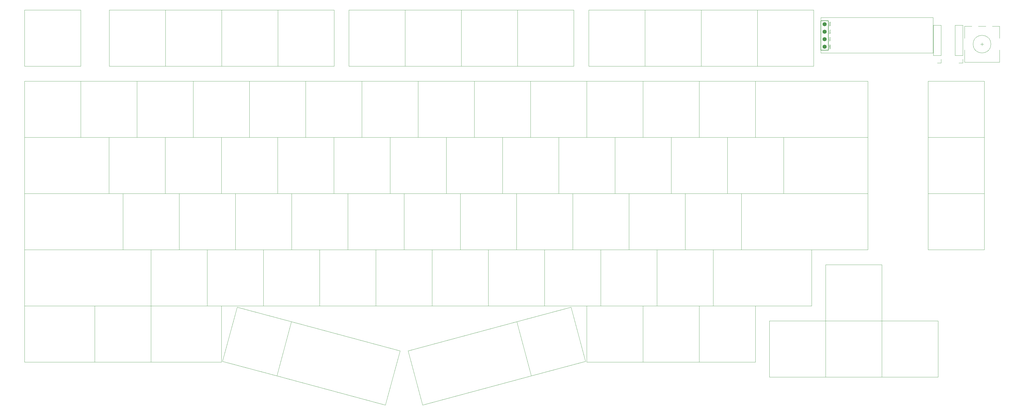
<source format=gbr>
%TF.GenerationSoftware,KiCad,Pcbnew,(6.0.7)*%
%TF.CreationDate,2022-09-18T02:02:10+02:00*%
%TF.ProjectId,Kanagawa_rgb_ansi_stamp,4b616e61-6761-4776-915f-7267625f616e,rev?*%
%TF.SameCoordinates,Original*%
%TF.FileFunction,Legend,Top*%
%TF.FilePolarity,Positive*%
%FSLAX46Y46*%
G04 Gerber Fmt 4.6, Leading zero omitted, Abs format (unit mm)*
G04 Created by KiCad (PCBNEW (6.0.7)) date 2022-09-18 02:02:10*
%MOMM*%
%LPD*%
G01*
G04 APERTURE LIST*
%ADD10C,0.100000*%
%ADD11C,0.120000*%
%ADD12C,0.150000*%
%ADD13C,1.397000*%
G04 APERTURE END LIST*
D10*
%TO.C,J1*%
X321600000Y-75375952D02*
X321576190Y-75423571D01*
X321576190Y-75495000D01*
X321600000Y-75566428D01*
X321647619Y-75614047D01*
X321695238Y-75637857D01*
X321790476Y-75661666D01*
X321861904Y-75661666D01*
X321957142Y-75637857D01*
X322004761Y-75614047D01*
X322052380Y-75566428D01*
X322076190Y-75495000D01*
X322076190Y-75447380D01*
X322052380Y-75375952D01*
X322028571Y-75352142D01*
X321861904Y-75352142D01*
X321861904Y-75447380D01*
X322076190Y-75137857D02*
X321576190Y-75137857D01*
X322076190Y-74852142D01*
X321576190Y-74852142D01*
X322076190Y-74614047D02*
X321576190Y-74614047D01*
X321576190Y-74495000D01*
X321600000Y-74423571D01*
X321647619Y-74375952D01*
X321695238Y-74352142D01*
X321790476Y-74328333D01*
X321861904Y-74328333D01*
X321957142Y-74352142D01*
X322004761Y-74375952D01*
X322052380Y-74423571D01*
X322076190Y-74495000D01*
X322076190Y-74614047D01*
X322052380Y-67902142D02*
X322076190Y-67830714D01*
X322076190Y-67711666D01*
X322052380Y-67664047D01*
X322028571Y-67640238D01*
X321980952Y-67616428D01*
X321933333Y-67616428D01*
X321885714Y-67640238D01*
X321861904Y-67664047D01*
X321838095Y-67711666D01*
X321814285Y-67806904D01*
X321790476Y-67854523D01*
X321766666Y-67878333D01*
X321719047Y-67902142D01*
X321671428Y-67902142D01*
X321623809Y-67878333D01*
X321600000Y-67854523D01*
X321576190Y-67806904D01*
X321576190Y-67687857D01*
X321600000Y-67616428D01*
X322076190Y-67402142D02*
X321576190Y-67402142D01*
X321576190Y-67283095D01*
X321600000Y-67211666D01*
X321647619Y-67164047D01*
X321695238Y-67140238D01*
X321790476Y-67116428D01*
X321861904Y-67116428D01*
X321957142Y-67140238D01*
X322004761Y-67164047D01*
X322052380Y-67211666D01*
X322076190Y-67283095D01*
X322076190Y-67402142D01*
X321933333Y-66925952D02*
X321933333Y-66687857D01*
X322076190Y-66973571D02*
X321576190Y-66806904D01*
X322076190Y-66640238D01*
X322052380Y-70490238D02*
X322076190Y-70418809D01*
X322076190Y-70299761D01*
X322052380Y-70252142D01*
X322028571Y-70228333D01*
X321980952Y-70204523D01*
X321933333Y-70204523D01*
X321885714Y-70228333D01*
X321861904Y-70252142D01*
X321838095Y-70299761D01*
X321814285Y-70395000D01*
X321790476Y-70442619D01*
X321766666Y-70466428D01*
X321719047Y-70490238D01*
X321671428Y-70490238D01*
X321623809Y-70466428D01*
X321600000Y-70442619D01*
X321576190Y-70395000D01*
X321576190Y-70275952D01*
X321600000Y-70204523D01*
X322028571Y-69704523D02*
X322052380Y-69728333D01*
X322076190Y-69799761D01*
X322076190Y-69847380D01*
X322052380Y-69918809D01*
X322004761Y-69966428D01*
X321957142Y-69990238D01*
X321861904Y-70014047D01*
X321790476Y-70014047D01*
X321695238Y-69990238D01*
X321647619Y-69966428D01*
X321600000Y-69918809D01*
X321576190Y-69847380D01*
X321576190Y-69799761D01*
X321600000Y-69728333D01*
X321623809Y-69704523D01*
X322076190Y-69252142D02*
X322076190Y-69490238D01*
X321576190Y-69490238D01*
X321576190Y-73061666D02*
X322076190Y-72895000D01*
X321576190Y-72728333D01*
X322028571Y-72275952D02*
X322052380Y-72299761D01*
X322076190Y-72371190D01*
X322076190Y-72418809D01*
X322052380Y-72490238D01*
X322004761Y-72537857D01*
X321957142Y-72561666D01*
X321861904Y-72585476D01*
X321790476Y-72585476D01*
X321695238Y-72561666D01*
X321647619Y-72537857D01*
X321600000Y-72490238D01*
X321576190Y-72418809D01*
X321576190Y-72371190D01*
X321600000Y-72299761D01*
X321623809Y-72275952D01*
X322028571Y-71775952D02*
X322052380Y-71799761D01*
X322076190Y-71871190D01*
X322076190Y-71918809D01*
X322052380Y-71990238D01*
X322004761Y-72037857D01*
X321957142Y-72061666D01*
X321861904Y-72085476D01*
X321790476Y-72085476D01*
X321695238Y-72061666D01*
X321647619Y-72037857D01*
X321600000Y-71990238D01*
X321576190Y-71918809D01*
X321576190Y-71871190D01*
X321600000Y-71799761D01*
X321623809Y-71775952D01*
%TO.C,KD13*%
X355175000Y-105720000D02*
X355175000Y-86670000D01*
X374225000Y-86670000D02*
X374225000Y-105720000D01*
X374225000Y-105720000D02*
X355175000Y-105720000D01*
X355175000Y-86670000D02*
X374225000Y-86670000D01*
D11*
%TO.C,SWA13*%
X367520000Y-76119997D02*
X367520000Y-80219997D01*
X379320000Y-68019997D02*
X379320000Y-72119997D01*
X367520000Y-68019997D02*
X369920000Y-68019997D01*
X367520000Y-80219997D02*
X379320000Y-80219997D01*
X367520000Y-72119997D02*
X367520000Y-68019997D01*
X379320000Y-76119997D02*
X379320000Y-80219997D01*
X372120000Y-68019997D02*
X374720000Y-68019997D01*
X373420000Y-74619997D02*
X373420000Y-73619997D01*
X372920000Y-74119997D02*
X373920000Y-74119997D01*
X376920000Y-68019997D02*
X379320000Y-68019997D01*
X376420000Y-74119997D02*
G75*
G03*
X376420000Y-74119997I-3000000J0D01*
G01*
D10*
%TO.C,KA5*%
X177950000Y-62570000D02*
X177950000Y-81620000D01*
X158900000Y-81620000D02*
X158900000Y-62570000D01*
X158900000Y-62570000D02*
X177950000Y-62570000D01*
X177950000Y-81620000D02*
X158900000Y-81620000D01*
%TO.C,KF9*%
X296650000Y-162870000D02*
X296650000Y-181920000D01*
X296650000Y-181920000D02*
X277600000Y-181920000D01*
X277600000Y-162870000D02*
X296650000Y-162870000D01*
X277600000Y-181920000D02*
X277600000Y-162870000D01*
%TO.C,KC7*%
X191875000Y-105720000D02*
X210925000Y-105720000D01*
X191875000Y-124770000D02*
X191875000Y-105720000D01*
X210925000Y-105720000D02*
X210925000Y-124770000D01*
X210925000Y-124770000D02*
X191875000Y-124770000D01*
%TO.C,KE11*%
X315700000Y-143820000D02*
X315700000Y-162870000D01*
X282362500Y-143820000D02*
X315700000Y-143820000D01*
X315700000Y-162870000D02*
X282362500Y-162870000D01*
X282362500Y-162870000D02*
X282362500Y-143820000D01*
%TO.C,KC9*%
X249025000Y-105720000D02*
X249025000Y-124770000D01*
X249025000Y-124770000D02*
X229975000Y-124770000D01*
X229975000Y-105720000D02*
X249025000Y-105720000D01*
X229975000Y-124770000D02*
X229975000Y-105720000D01*
%TO.C,KB9*%
X239500000Y-86670000D02*
X239500000Y-105720000D01*
X220450000Y-105720000D02*
X220450000Y-86670000D01*
X239500000Y-105720000D02*
X220450000Y-105720000D01*
X220450000Y-86670000D02*
X239500000Y-86670000D01*
%TO.C,KF3*%
X121013022Y-163277519D02*
X139413909Y-168208022D01*
X134483406Y-186608909D02*
X116082519Y-181678406D01*
X116082519Y-181678406D02*
X121013022Y-163277519D01*
X139413909Y-168208022D02*
X134483406Y-186608909D01*
%TO.C,KB0*%
X68050000Y-86670000D02*
X68050000Y-105720000D01*
X49000000Y-105720000D02*
X49000000Y-86670000D01*
X68050000Y-105720000D02*
X49000000Y-105720000D01*
X49000000Y-86670000D02*
X68050000Y-86670000D01*
%TO.C,KC2*%
X96625000Y-105720000D02*
X115675000Y-105720000D01*
X115675000Y-105720000D02*
X115675000Y-124770000D01*
X96625000Y-124770000D02*
X96625000Y-105720000D01*
X115675000Y-124770000D02*
X96625000Y-124770000D01*
%TO.C,KD7*%
X215687500Y-124770000D02*
X215687500Y-143820000D01*
X215687500Y-143820000D02*
X196637500Y-143820000D01*
X196637500Y-143820000D02*
X196637500Y-124770000D01*
X196637500Y-124770000D02*
X215687500Y-124770000D01*
%TO.C,KA7*%
X216050000Y-62570000D02*
X216050000Y-81620000D01*
X197000000Y-62570000D02*
X216050000Y-62570000D01*
X216050000Y-81620000D02*
X197000000Y-81620000D01*
X197000000Y-81620000D02*
X197000000Y-62570000D01*
D11*
%TO.C,J2*%
X366910000Y-80529996D02*
X365580000Y-80529996D01*
X366910000Y-77929996D02*
X364250000Y-77929996D01*
X366910000Y-79199996D02*
X366910000Y-80529996D01*
X366910000Y-67709996D02*
X364250000Y-67709996D01*
X364250000Y-77929996D02*
X364250000Y-67709996D01*
X366910000Y-77929996D02*
X366910000Y-67709996D01*
D10*
%TO.C,KC3*%
X115675000Y-105720000D02*
X134725000Y-105720000D01*
X115675000Y-124770000D02*
X115675000Y-105720000D01*
X134725000Y-105720000D02*
X134725000Y-124770000D01*
X134725000Y-124770000D02*
X115675000Y-124770000D01*
%TO.C,KA10*%
X259200000Y-62570000D02*
X278250000Y-62570000D01*
X278250000Y-81620000D02*
X259200000Y-81620000D01*
X259200000Y-81620000D02*
X259200000Y-62570000D01*
X278250000Y-62570000D02*
X278250000Y-81620000D01*
%TO.C,KC5*%
X153775000Y-105720000D02*
X172825000Y-105720000D01*
X153775000Y-124770000D02*
X153775000Y-105720000D01*
X172825000Y-124770000D02*
X153775000Y-124770000D01*
X172825000Y-105720000D02*
X172825000Y-124770000D01*
%TO.C,KF11*%
X339512500Y-186970000D02*
X320462500Y-186970000D01*
X320462500Y-186970000D02*
X320462500Y-167920000D01*
X339512500Y-167920000D02*
X339512500Y-186970000D01*
X320462500Y-167920000D02*
X339512500Y-167920000D01*
%TO.C,KE7*%
X206162500Y-162870000D02*
X206162500Y-143820000D01*
X225212500Y-143820000D02*
X225212500Y-162870000D01*
X206162500Y-143820000D02*
X225212500Y-143820000D01*
X225212500Y-162870000D02*
X206162500Y-162870000D01*
%TO.C,KF12*%
X358562500Y-167920000D02*
X358562500Y-186970000D01*
X358562500Y-186970000D02*
X339512500Y-186970000D01*
X339512500Y-186970000D02*
X339512500Y-167920000D01*
X339512500Y-167920000D02*
X358562500Y-167920000D01*
%TO.C,KE5*%
X187112500Y-162870000D02*
X168062500Y-162870000D01*
X168062500Y-143820000D02*
X187112500Y-143820000D01*
X187112500Y-143820000D02*
X187112500Y-162870000D01*
X168062500Y-162870000D02*
X168062500Y-143820000D01*
%TO.C,KB5*%
X163300000Y-105720000D02*
X144250000Y-105720000D01*
X163300000Y-86670000D02*
X163300000Y-105720000D01*
X144250000Y-105720000D02*
X144250000Y-86670000D01*
X144250000Y-86670000D02*
X163300000Y-86670000D01*
%TO.C,KD10*%
X272837500Y-124770000D02*
X272837500Y-143820000D01*
X253787500Y-143820000D02*
X253787500Y-124770000D01*
X272837500Y-143820000D02*
X253787500Y-143820000D01*
X253787500Y-124770000D02*
X272837500Y-124770000D01*
%TO.C,KA0*%
X68050000Y-62570000D02*
X68050000Y-81620000D01*
X49000000Y-62570000D02*
X68050000Y-62570000D01*
X49000000Y-81620000D02*
X49000000Y-62570000D01*
X68050000Y-81620000D02*
X49000000Y-81620000D01*
%TO.C,KD1*%
X101387500Y-143820000D02*
X82337500Y-143820000D01*
X101387500Y-124770000D02*
X101387500Y-143820000D01*
X82337500Y-143820000D02*
X82337500Y-124770000D01*
X82337500Y-124770000D02*
X101387500Y-124770000D01*
%TO.C,KB10*%
X258550000Y-105720000D02*
X239500000Y-105720000D01*
X258550000Y-86670000D02*
X258550000Y-105720000D01*
X239500000Y-86670000D02*
X258550000Y-86670000D01*
X239500000Y-105720000D02*
X239500000Y-86670000D01*
%TO.C,KC11*%
X268075000Y-105720000D02*
X287125000Y-105720000D01*
X268075000Y-124770000D02*
X268075000Y-105720000D01*
X287125000Y-124770000D02*
X268075000Y-124770000D01*
X287125000Y-105720000D02*
X287125000Y-124770000D01*
%TO.C,KF1*%
X72812500Y-162870000D02*
X91862500Y-162870000D01*
X91862500Y-162870000D02*
X91862500Y-181920000D01*
X91862500Y-181920000D02*
X72812500Y-181920000D01*
X72812500Y-181920000D02*
X72812500Y-162870000D01*
%TO.C,KE6*%
X187112500Y-143820000D02*
X206162500Y-143820000D01*
X206162500Y-162870000D02*
X187112500Y-162870000D01*
X187112500Y-162870000D02*
X187112500Y-143820000D01*
X206162500Y-143820000D02*
X206162500Y-162870000D01*
%TO.C,KA3*%
X134800000Y-81620000D02*
X115750000Y-81620000D01*
X115750000Y-62570000D02*
X134800000Y-62570000D01*
X115750000Y-81620000D02*
X115750000Y-62570000D01*
X134800000Y-62570000D02*
X134800000Y-81620000D01*
%TO.C,KE4*%
X168062500Y-143820000D02*
X168062500Y-162870000D01*
X149012500Y-162870000D02*
X149012500Y-143820000D01*
X168062500Y-162870000D02*
X149012500Y-162870000D01*
X149012500Y-143820000D02*
X168062500Y-143820000D01*
%TO.C,KD11*%
X272837500Y-143820000D02*
X272837500Y-124770000D01*
X291887500Y-124770000D02*
X291887500Y-143820000D01*
X291887500Y-143820000D02*
X272837500Y-143820000D01*
X272837500Y-124770000D02*
X291887500Y-124770000D01*
%TO.C,KD8*%
X215687500Y-143820000D02*
X215687500Y-124770000D01*
X215687500Y-124770000D02*
X234737500Y-124770000D01*
X234737500Y-124770000D02*
X234737500Y-143820000D01*
X234737500Y-143820000D02*
X215687500Y-143820000D01*
%TO.C,KF0*%
X72812500Y-162870000D02*
X72812500Y-181920000D01*
X49000000Y-181920000D02*
X72812500Y-181920000D01*
X49000000Y-181920000D02*
X49000000Y-162870000D01*
X49000000Y-162870000D02*
X72812500Y-162870000D01*
%TO.C,KE3*%
X129962500Y-162870000D02*
X129962500Y-143820000D01*
X149012500Y-162870000D02*
X129962500Y-162870000D01*
X129962500Y-143820000D02*
X149012500Y-143820000D01*
X149012500Y-143820000D02*
X149012500Y-162870000D01*
%TO.C,KF10*%
X301412500Y-167920000D02*
X320462500Y-167920000D01*
X320462500Y-186970000D02*
X301412500Y-186970000D01*
X301412500Y-186970000D02*
X301412500Y-167920000D01*
X320462500Y-167920000D02*
X320462500Y-186970000D01*
D11*
%TO.C,J3*%
X359585038Y-77929996D02*
X356925038Y-77929996D01*
X359585038Y-80529996D02*
X358255038Y-80529996D01*
X359585038Y-67709996D02*
X356925038Y-67709996D01*
X359585038Y-79199996D02*
X359585038Y-80529996D01*
X359585038Y-77929996D02*
X359585038Y-67709996D01*
X356925038Y-77929996D02*
X356925038Y-67709996D01*
D10*
%TO.C,KC0*%
X49000000Y-124770000D02*
X49000000Y-105720000D01*
X77575000Y-124770000D02*
X49000000Y-124770000D01*
X77575000Y-105720000D02*
X77575000Y-124770000D01*
X49000000Y-105720000D02*
X77575000Y-105720000D01*
%TO.C,KD6*%
X196637500Y-124770000D02*
X196637500Y-143820000D01*
X177587500Y-124770000D02*
X196637500Y-124770000D01*
X177587500Y-143820000D02*
X177587500Y-124770000D01*
X196637500Y-143820000D02*
X177587500Y-143820000D01*
%TO.C,KB2*%
X106150000Y-86670000D02*
X106150000Y-105720000D01*
X106150000Y-105720000D02*
X87100000Y-105720000D01*
X87100000Y-105720000D02*
X87100000Y-86670000D01*
X87100000Y-86670000D02*
X106150000Y-86670000D01*
%TO.C,KC4*%
X134725000Y-124770000D02*
X134725000Y-105720000D01*
X134725000Y-105720000D02*
X153775000Y-105720000D01*
X153775000Y-105720000D02*
X153775000Y-124770000D01*
X153775000Y-124770000D02*
X134725000Y-124770000D01*
%TO.C,KD0*%
X49000000Y-143820000D02*
X49000000Y-124770000D01*
X82337500Y-143820000D02*
X49000000Y-143820000D01*
X82337500Y-124770000D02*
X82337500Y-143820000D01*
X49000000Y-124770000D02*
X82337500Y-124770000D01*
%TO.C,KD3*%
X120437500Y-124770000D02*
X139487500Y-124770000D01*
X120437500Y-143820000D02*
X120437500Y-124770000D01*
X139487500Y-124770000D02*
X139487500Y-143820000D01*
X139487500Y-143820000D02*
X120437500Y-143820000D01*
%TO.C,KF5*%
X183889820Y-196469915D02*
X178959317Y-178069028D01*
X220691594Y-186608909D02*
X183889820Y-196469915D01*
X178959317Y-178069028D02*
X215761091Y-168208022D01*
X215761091Y-168208022D02*
X220691594Y-186608909D01*
%TO.C,KF8*%
X258550000Y-181920000D02*
X258550000Y-162870000D01*
X258550000Y-162870000D02*
X277600000Y-162870000D01*
X277600000Y-181920000D02*
X258550000Y-181920000D01*
X277600000Y-162870000D02*
X277600000Y-181920000D01*
%TO.C,KA11*%
X297300000Y-62570000D02*
X297300000Y-81620000D01*
X278250000Y-81620000D02*
X278250000Y-62570000D01*
X297300000Y-81620000D02*
X278250000Y-81620000D01*
X278250000Y-62570000D02*
X297300000Y-62570000D01*
%TO.C,KD5*%
X177587500Y-124770000D02*
X177587500Y-143820000D01*
X177587500Y-143820000D02*
X158537500Y-143820000D01*
X158537500Y-124770000D02*
X177587500Y-124770000D01*
X158537500Y-143820000D02*
X158537500Y-124770000D01*
%TO.C,KA9*%
X240150000Y-62570000D02*
X259200000Y-62570000D01*
X240150000Y-81620000D02*
X240150000Y-62570000D01*
X259200000Y-81620000D02*
X240150000Y-81620000D01*
X259200000Y-62570000D02*
X259200000Y-81620000D01*
%TO.C,KE8*%
X225212500Y-162870000D02*
X225212500Y-143820000D01*
X244262500Y-162870000D02*
X225212500Y-162870000D01*
X225212500Y-143820000D02*
X244262500Y-143820000D01*
X244262500Y-143820000D02*
X244262500Y-162870000D01*
%TO.C,KB3*%
X125200000Y-86670000D02*
X125200000Y-105720000D01*
X125200000Y-105720000D02*
X106150000Y-105720000D01*
X106150000Y-105720000D02*
X106150000Y-86670000D01*
X106150000Y-86670000D02*
X125200000Y-86670000D01*
%TO.C,KC6*%
X172825000Y-124770000D02*
X172825000Y-105720000D01*
X191875000Y-105720000D02*
X191875000Y-124770000D01*
X172825000Y-105720000D02*
X191875000Y-105720000D01*
X191875000Y-124770000D02*
X172825000Y-124770000D01*
%TO.C,KB8*%
X201400000Y-86670000D02*
X220450000Y-86670000D01*
X220450000Y-86670000D02*
X220450000Y-105720000D01*
X201400000Y-105720000D02*
X201400000Y-86670000D01*
X220450000Y-105720000D02*
X201400000Y-105720000D01*
%TO.C,KA1*%
X77650000Y-62570000D02*
X96700000Y-62570000D01*
X96700000Y-81620000D02*
X77650000Y-81620000D01*
X77650000Y-81620000D02*
X77650000Y-62570000D01*
X96700000Y-62570000D02*
X96700000Y-81620000D01*
%TO.C,KA12*%
X297300000Y-81620000D02*
X297300000Y-62570000D01*
X316350000Y-81620000D02*
X297300000Y-81620000D01*
X316350000Y-62570000D02*
X316350000Y-81620000D01*
X297300000Y-62570000D02*
X316350000Y-62570000D01*
%TO.C,KA8*%
X216050000Y-81620000D02*
X216050000Y-62570000D01*
X235100000Y-62570000D02*
X235100000Y-81620000D01*
X235100000Y-81620000D02*
X216050000Y-81620000D01*
X216050000Y-62570000D02*
X235100000Y-62570000D01*
%TO.C,KE2*%
X110912500Y-162870000D02*
X110912500Y-143820000D01*
X110912500Y-143820000D02*
X129962500Y-143820000D01*
X129962500Y-143820000D02*
X129962500Y-162870000D01*
X129962500Y-162870000D02*
X110912500Y-162870000D01*
D11*
%TO.C,J1*%
X356850000Y-65095000D02*
X356850000Y-77095000D01*
D12*
X318854000Y-76145000D02*
X318854000Y-66145000D01*
D11*
X356850000Y-77095000D02*
X318850000Y-77095000D01*
D12*
X321394000Y-76145000D02*
X318854000Y-76145000D01*
X321394000Y-76145000D02*
X321394000Y-66145000D01*
X318854000Y-66145000D02*
X321394000Y-66145000D01*
D11*
X318850000Y-65095000D02*
X356850000Y-65095000D01*
X318850000Y-77095000D02*
X318850000Y-65095000D01*
D10*
%TO.C,KE13*%
X355175000Y-124770000D02*
X355175000Y-105720000D01*
X374225000Y-105720000D02*
X374225000Y-124770000D01*
X355175000Y-105720000D02*
X374225000Y-105720000D01*
X374225000Y-124770000D02*
X355175000Y-124770000D01*
%TO.C,KC8*%
X210925000Y-124770000D02*
X210925000Y-105720000D01*
X229975000Y-105720000D02*
X229975000Y-124770000D01*
X210925000Y-105720000D02*
X229975000Y-105720000D01*
X229975000Y-124770000D02*
X210925000Y-124770000D01*
%TO.C,KD4*%
X158537500Y-124770000D02*
X158537500Y-143820000D01*
X139487500Y-124770000D02*
X158537500Y-124770000D01*
X158537500Y-143820000D02*
X139487500Y-143820000D01*
X139487500Y-143820000D02*
X139487500Y-124770000D01*
%TO.C,KB11*%
X258550000Y-86670000D02*
X277600000Y-86670000D01*
X277600000Y-105720000D02*
X258550000Y-105720000D01*
X277600000Y-86670000D02*
X277600000Y-105720000D01*
X258550000Y-105720000D02*
X258550000Y-86670000D01*
%TO.C,KF7*%
X239500000Y-181920000D02*
X239500000Y-162870000D01*
X258550000Y-181920000D02*
X239500000Y-181920000D01*
X239500000Y-162870000D02*
X258550000Y-162870000D01*
X258550000Y-162870000D02*
X258550000Y-181920000D01*
%TO.C,KE0*%
X49000000Y-143820000D02*
X91862500Y-143820000D01*
X91862500Y-143820000D02*
X91862500Y-162870000D01*
X49000000Y-162870000D02*
X49000000Y-143820000D01*
X91862500Y-162870000D02*
X49000000Y-162870000D01*
%TO.C,KC1*%
X77575000Y-105720000D02*
X96625000Y-105720000D01*
X77575000Y-124770000D02*
X77575000Y-105720000D01*
X96625000Y-124770000D02*
X77575000Y-124770000D01*
X96625000Y-105720000D02*
X96625000Y-124770000D01*
%TO.C,KE1*%
X91862500Y-162870000D02*
X91862500Y-143820000D01*
X91862500Y-143820000D02*
X110912500Y-143820000D01*
X110912500Y-143820000D02*
X110912500Y-162870000D01*
X110912500Y-162870000D02*
X91862500Y-162870000D01*
%TO.C,KC13*%
X306175000Y-124770000D02*
X306175000Y-105720000D01*
X334750000Y-124770000D02*
X306175000Y-124770000D01*
X306175000Y-105720000D02*
X334750000Y-105720000D01*
X334750000Y-105720000D02*
X334750000Y-124770000D01*
%TO.C,KB13*%
X296650000Y-86670000D02*
X334750000Y-86670000D01*
X296650000Y-105720000D02*
X296650000Y-86670000D01*
X334750000Y-105720000D02*
X296650000Y-105720000D01*
X334750000Y-86670000D02*
X334750000Y-105720000D01*
%TO.C,KF4*%
X176215683Y-178069028D02*
X171285180Y-196469915D01*
X134483406Y-186608909D02*
X139413909Y-168208022D01*
X171285180Y-196469915D02*
X134483406Y-186608909D01*
X139413909Y-168208022D02*
X176215683Y-178069028D01*
%TO.C,KA4*%
X153850000Y-81620000D02*
X134800000Y-81620000D01*
X134800000Y-62570000D02*
X153850000Y-62570000D01*
X153850000Y-62570000D02*
X153850000Y-81620000D01*
X134800000Y-81620000D02*
X134800000Y-62570000D01*
%TO.C,KC12*%
X287125000Y-124770000D02*
X287125000Y-105720000D01*
X306175000Y-105720000D02*
X306175000Y-124770000D01*
X306175000Y-124770000D02*
X287125000Y-124770000D01*
X287125000Y-105720000D02*
X306175000Y-105720000D01*
%TO.C,KB12*%
X296650000Y-105720000D02*
X277600000Y-105720000D01*
X277600000Y-105720000D02*
X277600000Y-86670000D01*
X277600000Y-86670000D02*
X296650000Y-86670000D01*
X296650000Y-86670000D02*
X296650000Y-105720000D01*
%TO.C,KB4*%
X125200000Y-105720000D02*
X125200000Y-86670000D01*
X144250000Y-105720000D02*
X125200000Y-105720000D01*
X125200000Y-86670000D02*
X144250000Y-86670000D01*
X144250000Y-86670000D02*
X144250000Y-105720000D01*
%TO.C,KB6*%
X163300000Y-86670000D02*
X182350000Y-86670000D01*
X182350000Y-105720000D02*
X163300000Y-105720000D01*
X163300000Y-105720000D02*
X163300000Y-86670000D01*
X182350000Y-86670000D02*
X182350000Y-105720000D01*
%TO.C,KA6*%
X197000000Y-62570000D02*
X197000000Y-81620000D01*
X177950000Y-81620000D02*
X177950000Y-62570000D01*
X177950000Y-62570000D02*
X197000000Y-62570000D01*
X197000000Y-81620000D02*
X177950000Y-81620000D01*
%TO.C,KA2*%
X96700000Y-62570000D02*
X115750000Y-62570000D01*
X115750000Y-81620000D02*
X96700000Y-81620000D01*
X115750000Y-62570000D02*
X115750000Y-81620000D01*
X96700000Y-81620000D02*
X96700000Y-62570000D01*
%TO.C,KF2*%
X91862500Y-181920000D02*
X115675000Y-181920000D01*
X115675000Y-162870000D02*
X115675000Y-181920000D01*
X91862500Y-162870000D02*
X115675000Y-162870000D01*
X91862500Y-181920000D02*
X91862500Y-162870000D01*
%TO.C,KD2*%
X120437500Y-143820000D02*
X101387500Y-143820000D01*
X101387500Y-143820000D02*
X101387500Y-124770000D01*
X101387500Y-124770000D02*
X120437500Y-124770000D01*
X120437500Y-124770000D02*
X120437500Y-143820000D01*
%TO.C,KF13*%
X374225000Y-143820000D02*
X355175000Y-143820000D01*
X355175000Y-124770000D02*
X374225000Y-124770000D01*
X374225000Y-124770000D02*
X374225000Y-143820000D01*
X355175000Y-143820000D02*
X355175000Y-124770000D01*
%TO.C,KB7*%
X182350000Y-105720000D02*
X182350000Y-86670000D01*
X201400000Y-105720000D02*
X182350000Y-105720000D01*
X201400000Y-86670000D02*
X201400000Y-105720000D01*
X182350000Y-86670000D02*
X201400000Y-86670000D01*
%TO.C,KE10*%
X263312500Y-162870000D02*
X263312500Y-143820000D01*
X282362500Y-143820000D02*
X282362500Y-162870000D01*
X263312500Y-143820000D02*
X282362500Y-143820000D01*
X282362500Y-162870000D02*
X263312500Y-162870000D01*
%TO.C,KB1*%
X87100000Y-86670000D02*
X87100000Y-105720000D01*
X68050000Y-105720000D02*
X68050000Y-86670000D01*
X68050000Y-86670000D02*
X87100000Y-86670000D01*
X87100000Y-105720000D02*
X68050000Y-105720000D01*
%TO.C,KD12*%
X291887500Y-143820000D02*
X291887500Y-124770000D01*
X334750000Y-124770000D02*
X334750000Y-143820000D01*
X334750000Y-143820000D02*
X291887500Y-143820000D01*
X291887500Y-124770000D02*
X334750000Y-124770000D01*
%TO.C,KE9*%
X263312500Y-162870000D02*
X244262500Y-162870000D01*
X244262500Y-143820000D02*
X263312500Y-143820000D01*
X244262500Y-162870000D02*
X244262500Y-143820000D01*
X263312500Y-143820000D02*
X263312500Y-162870000D01*
%TO.C,KC10*%
X268075000Y-124770000D02*
X249025000Y-124770000D01*
X249025000Y-124770000D02*
X249025000Y-105720000D01*
X268075000Y-105720000D02*
X268075000Y-124770000D01*
X249025000Y-105720000D02*
X268075000Y-105720000D01*
%TO.C,KE12*%
X320462500Y-167920000D02*
X320462500Y-148870000D01*
X339512500Y-167920000D02*
X320462500Y-167920000D01*
X339512500Y-148870000D02*
X339512500Y-167920000D01*
X320462500Y-148870000D02*
X339512500Y-148870000D01*
%TO.C,KD9*%
X253787500Y-124770000D02*
X253787500Y-143820000D01*
X234737500Y-124770000D02*
X253787500Y-124770000D01*
X234737500Y-143820000D02*
X234737500Y-124770000D01*
X253787500Y-143820000D02*
X234737500Y-143820000D01*
%TO.C,KF6*%
X215761091Y-168208022D02*
X234161978Y-163277519D01*
X220691594Y-186608909D02*
X215761091Y-168208022D01*
X239092481Y-181678406D02*
X220691594Y-186608909D01*
X234161978Y-163277519D02*
X239092481Y-181678406D01*
%TD*%
D13*
%TO.C,J1*%
X320100000Y-74955000D03*
X320100000Y-72415000D03*
X320100000Y-69875000D03*
X320100000Y-67335000D03*
%TD*%
M02*

</source>
